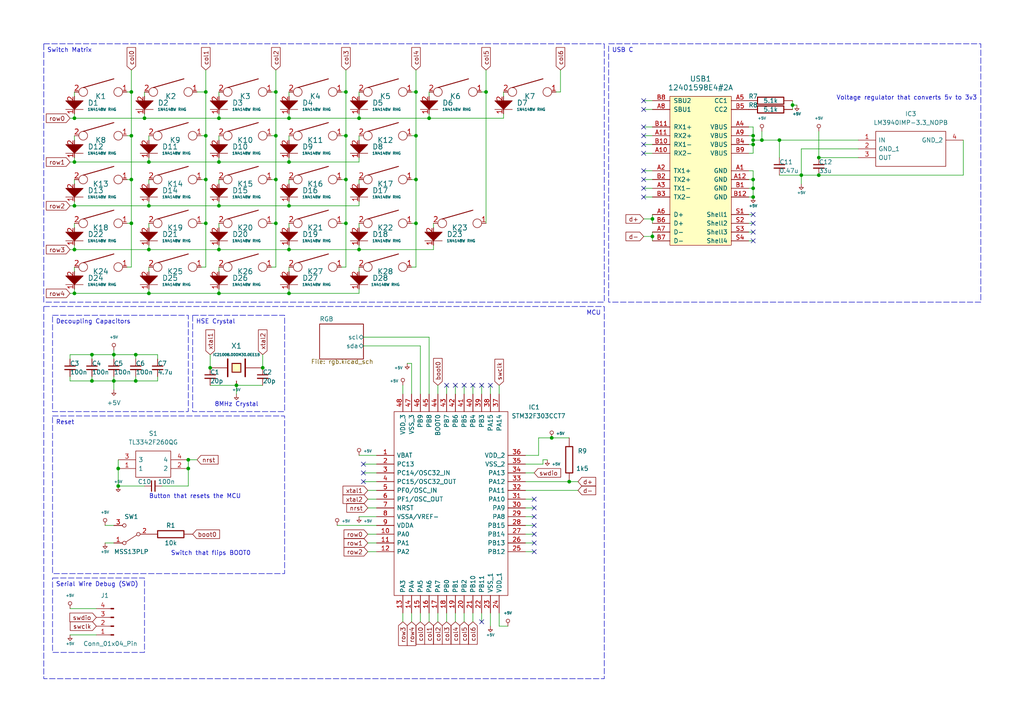
<source format=kicad_sch>
(kicad_sch (version 20230121) (generator eeschema)
  (paper "A4")
  (junction (at 34.29 135.89))
  (junction (at 80.01 39.37))
  (junction (at 63.5 34.29))
  (junction (at 34.29 140.97))
  (junction (at 33.02 102.87))
  (junction (at 229.87 30.48))
  (junction (at 80.01 64.77))
  (junction (at 120.65 64.77))
  (junction (at 76.2 106.68))
  (junction (at 21.59 72.39))
  (junction (at 218.44 52.07))
  (junction (at 59.69 39.37))
  (junction (at 104.14 34.29))
  (junction (at 218.44 41.91))
  (junction (at 226.06 40.64))
  (junction (at 33.02 110.49))
  (junction (at 38.1 26.67))
  (junction (at 83.82 85.09))
  (junction (at 63.5 46.99))
  (junction (at 218.44 57.15))
  (junction (at 54.61 135.89))
  (junction (at 21.59 34.29))
  (junction (at 100.33 52.07))
  (junction (at 43.18 59.69))
  (junction (at 124.46 34.29))
  (junction (at 220.98 40.64))
  (junction (at 59.69 52.07))
  (junction (at 104.14 72.39))
  (junction (at 83.82 59.69))
  (junction (at 63.5 85.09))
  (junction (at 43.18 85.09))
  (junction (at 100.33 64.77))
  (junction (at 21.59 59.69))
  (junction (at 100.33 39.37))
  (junction (at 189.23 68.58))
  (junction (at 59.69 64.77))
  (junction (at 21.59 46.99))
  (junction (at 189.23 63.5))
  (junction (at 140.97 26.67))
  (junction (at 165.1 139.7))
  (junction (at 63.5 72.39))
  (junction (at 39.37 110.49))
  (junction (at 38.1 64.77))
  (junction (at 26.67 102.87))
  (junction (at 232.41 50.8))
  (junction (at 43.18 46.99))
  (junction (at 120.65 26.67))
  (junction (at 59.69 26.67))
  (junction (at 38.1 39.37))
  (junction (at 54.61 133.35))
  (junction (at 80.01 52.07))
  (junction (at 43.18 72.39))
  (junction (at 60.96 106.68))
  (junction (at 83.82 46.99))
  (junction (at 237.49 45.72))
  (junction (at 41.91 34.29))
  (junction (at 120.65 52.07))
  (junction (at 21.59 85.09))
  (junction (at 218.44 40.64))
  (junction (at 120.65 39.37))
  (junction (at 218.44 54.61))
  (junction (at 63.5 59.69))
  (junction (at 83.82 72.39))
  (junction (at 26.67 110.49))
  (junction (at 100.33 26.67))
  (junction (at 237.49 50.8))
  (junction (at 38.1 52.07))
  (junction (at 160.02 127))
  (junction (at 218.44 39.37))
  (junction (at 39.37 102.87))
  (junction (at 83.82 34.29))
  (junction (at 68.58 111.76))
  (junction (at 80.01 26.67))
  (no_connect (at 154.94 152.4))
  (no_connect (at 186.69 54.61))
  (no_connect (at 154.94 144.78))
  (no_connect (at 154.94 154.94))
  (no_connect (at 186.69 39.37))
  (no_connect (at 218.44 64.77))
  (no_connect (at 137.16 111.76))
  (no_connect (at 129.54 111.76))
  (no_connect (at 218.44 62.23))
  (no_connect (at 154.94 157.48))
  (no_connect (at 186.69 36.83))
  (no_connect (at 186.69 52.07))
  (no_connect (at 186.69 44.45))
  (no_connect (at 186.69 57.15))
  (no_connect (at 105.41 137.16))
  (no_connect (at 186.69 31.75))
  (no_connect (at 142.24 111.76))
  (no_connect (at 105.41 139.7))
  (no_connect (at 132.08 111.76))
  (no_connect (at 218.44 69.85))
  (no_connect (at 154.94 147.32))
  (no_connect (at 186.69 49.53))
  (no_connect (at 134.62 111.76))
  (no_connect (at 186.69 29.21))
  (no_connect (at 186.69 41.91))
  (no_connect (at 139.7 111.76))
  (no_connect (at 154.94 149.86))
  (no_connect (at 218.44 67.31))
  (no_connect (at 139.7 180.34))
  (no_connect (at 154.94 160.02))
  (no_connect (at 105.41 134.62))
  (wire (pts (xy 152.4 157.48) (xy 154.94 157.48)))
  (wire (pts (xy 39.37 110.49) (xy 39.37 109.22)))
  (wire (pts (xy 43.18 59.69) (xy 63.5 59.69)))
  (wire (pts (xy 45.72 110.49) (xy 45.72 109.22)))
  (wire (pts (xy 20.32 184.15) (xy 27.94 184.15)))
  (wire (pts (xy 186.69 68.58) (xy 189.23 68.58)))
  (wire (pts (xy 152.4 137.16) (xy 154.94 137.16)))
  (wire (pts (xy 20.32 34.29) (xy 21.59 34.29)))
  (wire (pts (xy 83.82 71.12) (xy 83.82 72.39)))
  (wire (pts (xy 76.2 102.87) (xy 76.2 106.68)))
  (wire (pts (xy 99.06 39.37) (xy 100.33 39.37)))
  (wire (pts (xy 104.14 33.02) (xy 104.14 34.29)))
  (wire (pts (xy 232.41 43.18) (xy 232.41 50.8)))
  (wire (pts (xy 105.41 139.7) (xy 109.22 139.7)))
  (wire (pts (xy 104.14 34.29) (xy 124.46 34.29)))
  (wire (pts (xy 248.92 43.18) (xy 232.41 43.18)))
  (wire (pts (xy 124.46 34.29) (xy 146.05 34.29)))
  (wire (pts (xy 226.06 45.72) (xy 226.06 40.64)))
  (wire (pts (xy 125.73 64.77) (xy 125.73 66.04)))
  (wire (pts (xy 83.82 83.82) (xy 83.82 85.09)))
  (wire (pts (xy 120.65 20.32) (xy 120.65 26.67)))
  (wire (pts (xy 21.59 52.07) (xy 21.59 53.34)))
  (wire (pts (xy 152.4 142.24) (xy 167.64 142.24)))
  (wire (pts (xy 100.33 77.47) (xy 99.06 77.47)))
  (wire (pts (xy 220.98 38.1) (xy 220.98 40.64)))
  (wire (pts (xy 120.65 77.47) (xy 119.38 77.47)))
  (wire (pts (xy 106.68 144.78) (xy 109.22 144.78)))
  (wire (pts (xy 217.17 44.45) (xy 218.44 44.45)))
  (wire (pts (xy 104.14 132.08) (xy 109.22 132.08)))
  (wire (pts (xy 43.18 64.77) (xy 43.18 66.04)))
  (wire (pts (xy 140.97 26.67) (xy 140.97 64.77)))
  (wire (pts (xy 80.01 26.67) (xy 80.01 39.37)))
  (wire (pts (xy 120.65 64.77) (xy 120.65 77.47)))
  (wire (pts (xy 152.4 139.7) (xy 165.1 139.7)))
  (wire (pts (xy 59.69 26.67) (xy 59.69 39.37)))
  (wire (pts (xy 162.56 26.67) (xy 162.56 20.32)))
  (wire (pts (xy 218.44 49.53) (xy 217.17 49.53)))
  (wire (pts (xy 38.1 39.37) (xy 36.83 39.37)))
  (wire (pts (xy 38.1 39.37) (xy 38.1 52.07)))
  (wire (pts (xy 21.59 46.99) (xy 43.18 46.99)))
  (wire (pts (xy 140.97 20.32) (xy 140.97 26.67)))
  (wire (pts (xy 119.38 52.07) (xy 120.65 52.07)))
  (wire (pts (xy 38.1 52.07) (xy 38.1 64.77)))
  (wire (pts (xy 41.91 33.02) (xy 41.91 34.29)))
  (wire (pts (xy 21.59 39.37) (xy 21.59 40.64)))
  (wire (pts (xy 20.32 72.39) (xy 21.59 72.39)))
  (wire (pts (xy 83.82 58.42) (xy 83.82 59.69)))
  (wire (pts (xy 152.4 152.4) (xy 154.94 152.4)))
  (wire (pts (xy 68.58 111.76) (xy 68.58 114.3)))
  (wire (pts (xy 100.33 39.37) (xy 100.33 52.07)))
  (wire (pts (xy 152.4 154.94) (xy 154.94 154.94)))
  (wire (pts (xy 237.49 38.1) (xy 237.49 45.72)))
  (wire (pts (xy 38.1 26.67) (xy 36.83 26.67)))
  (wire (pts (xy 146.05 26.67) (xy 146.05 27.94)))
  (wire (pts (xy 59.69 77.47) (xy 58.42 77.47)))
  (wire (pts (xy 99.06 52.07) (xy 100.33 52.07)))
  (wire (pts (xy 158.75 133.35) (xy 157.48 133.35)))
  (wire (pts (xy 160.02 127) (xy 165.1 127)))
  (wire (pts (xy 41.91 26.67) (xy 41.91 27.94)))
  (wire (pts (xy 124.46 26.67) (xy 124.46 27.94)))
  (wire (pts (xy 33.02 110.49) (xy 33.02 109.22)))
  (wire (pts (xy 217.17 62.23) (xy 218.44 62.23)))
  (wire (pts (xy 83.82 34.29) (xy 104.14 34.29)))
  (wire (pts (xy 43.18 78.74) (xy 43.18 77.47)))
  (wire (pts (xy 59.69 64.77) (xy 58.42 64.77)))
  (wire (pts (xy 104.14 26.67) (xy 104.14 27.94)))
  (wire (pts (xy 100.33 26.67) (xy 100.33 39.37)))
  (wire (pts (xy 218.44 39.37) (xy 218.44 36.83)))
  (wire (pts (xy 137.16 180.34) (xy 137.16 177.8)))
  (wire (pts (xy 120.65 39.37) (xy 120.65 52.07)))
  (wire (pts (xy 217.17 41.91) (xy 218.44 41.91)))
  (wire (pts (xy 127 180.34) (xy 127 177.8)))
  (wire (pts (xy 125.73 71.12) (xy 125.73 72.39)))
  (wire (pts (xy 26.67 102.87) (xy 33.02 102.87)))
  (wire (pts (xy 26.67 102.87) (xy 26.67 104.14)))
  (wire (pts (xy 83.82 39.37) (xy 83.82 40.64)))
  (wire (pts (xy 186.69 57.15) (xy 189.23 57.15)))
  (wire (pts (xy 43.18 85.09) (xy 63.5 85.09)))
  (wire (pts (xy 142.24 111.76) (xy 142.24 114.3)))
  (wire (pts (xy 217.17 67.31) (xy 218.44 67.31)))
  (wire (pts (xy 105.41 97.79) (xy 124.46 97.79)))
  (wire (pts (xy 26.67 110.49) (xy 33.02 110.49)))
  (wire (pts (xy 104.14 71.12) (xy 104.14 72.39)))
  (wire (pts (xy 186.69 63.5) (xy 189.23 63.5)))
  (wire (pts (xy 104.14 45.72) (xy 104.14 46.99)))
  (wire (pts (xy 39.37 110.49) (xy 45.72 110.49)))
  (wire (pts (xy 46.99 140.97) (xy 54.61 140.97)))
  (wire (pts (xy 120.65 52.07) (xy 120.65 64.77)))
  (wire (pts (xy 104.14 78.74) (xy 104.14 77.47)))
  (wire (pts (xy 100.33 52.07) (xy 100.33 64.77)))
  (wire (pts (xy 129.54 180.34) (xy 129.54 177.8)))
  (wire (pts (xy 68.58 111.76) (xy 76.2 111.76)))
  (wire (pts (xy 232.41 53.34) (xy 232.41 50.8)))
  (wire (pts (xy 232.41 50.8) (xy 237.49 50.8)))
  (wire (pts (xy 41.91 34.29) (xy 63.5 34.29)))
  (wire (pts (xy 217.17 36.83) (xy 218.44 36.83)))
  (wire (pts (xy 59.69 39.37) (xy 59.69 52.07)))
  (wire (pts (xy 80.01 64.77) (xy 80.01 77.47)))
  (wire (pts (xy 60.96 111.76) (xy 68.58 111.76)))
  (wire (pts (xy 217.17 39.37) (xy 218.44 39.37)))
  (wire (pts (xy 146.05 33.02) (xy 146.05 34.29)))
  (wire (pts (xy 21.59 85.09) (xy 43.18 85.09)))
  (wire (pts (xy 229.87 29.21) (xy 229.87 30.48)))
  (wire (pts (xy 63.5 45.72) (xy 63.5 46.99)))
  (wire (pts (xy 229.87 30.48) (xy 231.14 30.48)))
  (wire (pts (xy 104.14 149.86) (xy 109.22 149.86)))
  (wire (pts (xy 60.96 102.87) (xy 60.96 106.68)))
  (wire (pts (xy 39.37 102.87) (xy 39.37 104.14)))
  (wire (pts (xy 116.84 180.34) (xy 116.84 177.8)))
  (wire (pts (xy 106.68 147.32) (xy 109.22 147.32)))
  (wire (pts (xy 63.5 52.07) (xy 63.5 53.34)))
  (wire (pts (xy 121.92 100.33) (xy 105.41 100.33)))
  (wire (pts (xy 124.46 180.34) (xy 124.46 177.8)))
  (wire (pts (xy 63.5 72.39) (xy 83.82 72.39)))
  (wire (pts (xy 38.1 64.77) (xy 36.83 64.77)))
  (wire (pts (xy 43.18 52.07) (xy 43.18 53.34)))
  (wire (pts (xy 217.17 69.85) (xy 218.44 69.85)))
  (wire (pts (xy 139.7 111.76) (xy 139.7 114.3)))
  (wire (pts (xy 139.7 26.67) (xy 140.97 26.67)))
  (wire (pts (xy 157.48 134.62) (xy 152.4 134.62)))
  (wire (pts (xy 186.69 36.83) (xy 189.23 36.83)))
  (wire (pts (xy 134.62 111.76) (xy 134.62 114.3)))
  (wire (pts (xy 59.69 64.77) (xy 59.69 77.47)))
  (wire (pts (xy 105.41 134.62) (xy 109.22 134.62)))
  (wire (pts (xy 63.5 85.09) (xy 83.82 85.09)))
  (wire (pts (xy 186.69 39.37) (xy 189.23 39.37)))
  (wire (pts (xy 34.29 133.35) (xy 34.29 135.89)))
  (wire (pts (xy 189.23 63.5) (xy 189.23 64.77)))
  (wire (pts (xy 152.4 144.78) (xy 154.94 144.78)))
  (wire (pts (xy 119.38 105.41) (xy 119.38 114.3)))
  (wire (pts (xy 83.82 26.67) (xy 83.82 27.94)))
  (wire (pts (xy 218.44 54.61) (xy 217.17 54.61)))
  (wire (pts (xy 83.82 85.09) (xy 104.14 85.09)))
  (wire (pts (xy 21.59 64.77) (xy 21.59 66.04)))
  (wire (pts (xy 160.02 127) (xy 156.21 127)))
  (wire (pts (xy 58.42 52.07) (xy 59.69 52.07)))
  (wire (pts (xy 189.23 67.31) (xy 189.23 68.58)))
  (wire (pts (xy 21.59 58.42) (xy 21.59 59.69)))
  (wire (pts (xy 21.59 34.29) (xy 41.91 34.29)))
  (wire (pts (xy 186.69 49.53) (xy 189.23 49.53)))
  (wire (pts (xy 21.59 26.67) (xy 21.59 27.94)))
  (wire (pts (xy 189.23 68.58) (xy 189.23 69.85)))
  (wire (pts (xy 21.59 45.72) (xy 21.59 46.99)))
  (wire (pts (xy 218.44 41.91) (xy 218.44 40.64)))
  (wire (pts (xy 78.74 26.67) (xy 80.01 26.67)))
  (wire (pts (xy 63.5 26.67) (xy 63.5 27.94)))
  (wire (pts (xy 43.18 46.99) (xy 63.5 46.99)))
  (wire (pts (xy 43.18 39.37) (xy 43.18 40.64)))
  (wire (pts (xy 99.06 64.77) (xy 100.33 64.77)))
  (wire (pts (xy 106.68 157.48) (xy 109.22 157.48)))
  (wire (pts (xy 43.18 58.42) (xy 43.18 59.69)))
  (wire (pts (xy 104.14 83.82) (xy 104.14 85.09)))
  (wire (pts (xy 78.74 52.07) (xy 80.01 52.07)))
  (wire (pts (xy 106.68 154.94) (xy 109.22 154.94)))
  (wire (pts (xy 21.59 72.39) (xy 43.18 72.39)))
  (wire (pts (xy 121.92 180.34) (xy 121.92 177.8)))
  (wire (pts (xy 218.44 52.07) (xy 218.44 54.61)))
  (wire (pts (xy 119.38 26.67) (xy 120.65 26.67)))
  (wire (pts (xy 54.61 140.97) (xy 54.61 135.89)))
  (wire (pts (xy 217.17 64.77) (xy 218.44 64.77)))
  (wire (pts (xy 99.06 26.67) (xy 100.33 26.67)))
  (wire (pts (xy 127 111.76) (xy 127 114.3)))
  (wire (pts (xy 139.7 180.34) (xy 139.7 177.8)))
  (wire (pts (xy 63.5 39.37) (xy 63.5 40.64)))
  (wire (pts (xy 83.82 45.72) (xy 83.82 46.99)))
  (wire (pts (xy 80.01 64.77) (xy 78.74 64.77)))
  (wire (pts (xy 20.32 85.09) (xy 21.59 85.09)))
  (wire (pts (xy 152.4 149.86) (xy 154.94 149.86)))
  (wire (pts (xy 134.62 180.34) (xy 134.62 177.8)))
  (wire (pts (xy 218.44 49.53) (xy 218.44 52.07)))
  (wire (pts (xy 218.44 40.64) (xy 220.98 40.64)))
  (wire (pts (xy 105.41 137.16) (xy 109.22 137.16)))
  (wire (pts (xy 186.69 41.91) (xy 189.23 41.91)))
  (wire (pts (xy 218.44 52.07) (xy 217.17 52.07)))
  (wire (pts (xy 58.42 39.37) (xy 59.69 39.37)))
  (wire (pts (xy 38.1 20.32) (xy 38.1 26.67)))
  (wire (pts (xy 186.69 29.21) (xy 189.23 29.21)))
  (wire (pts (xy 144.78 181.61) (xy 144.78 177.8)))
  (wire (pts (xy 34.29 140.97) (xy 41.91 140.97)))
  (wire (pts (xy 142.24 181.61) (xy 142.24 177.8)))
  (wire (pts (xy 26.67 110.49) (xy 26.67 109.22)))
  (wire (pts (xy 118.11 105.41) (xy 119.38 105.41)))
  (wire (pts (xy 186.69 31.75) (xy 189.23 31.75)))
  (wire (pts (xy 120.65 64.77) (xy 119.38 64.77)))
  (wire (pts (xy 218.44 54.61) (xy 218.44 57.15)))
  (wire (pts (xy 80.01 39.37) (xy 80.01 52.07)))
  (wire (pts (xy 144.78 111.76) (xy 144.78 114.3)))
  (wire (pts (xy 229.87 30.48) (xy 229.87 31.75)))
  (wire (pts (xy 38.1 52.07) (xy 36.83 52.07)))
  (wire (pts (xy 38.1 77.47) (xy 36.83 77.47)))
  (wire (pts (xy 33.02 110.49) (xy 33.02 113.03)))
  (wire (pts (xy 218.44 40.64) (xy 218.44 39.37)))
  (wire (pts (xy 20.32 102.87) (xy 26.67 102.87)))
  (wire (pts (xy 189.23 62.23) (xy 189.23 63.5)))
  (wire (pts (xy 34.29 135.89) (xy 34.29 140.97)))
  (wire (pts (xy 80.01 77.47) (xy 78.74 77.47)))
  (wire (pts (xy 129.54 111.76) (xy 129.54 114.3)))
  (wire (pts (xy 38.1 64.77) (xy 38.1 77.47)))
  (wire (pts (xy 20.32 102.87) (xy 20.32 104.14)))
  (wire (pts (xy 21.59 71.12) (xy 21.59 72.39)))
  (wire (pts (xy 63.5 58.42) (xy 63.5 59.69)))
  (wire (pts (xy 26.67 110.49) (xy 20.32 110.49)))
  (wire (pts (xy 83.82 78.74) (xy 83.82 77.47)))
  (wire (pts (xy 45.72 102.87) (xy 45.72 104.14)))
  (wire (pts (xy 100.33 20.32) (xy 100.33 26.67)))
  (wire (pts (xy 186.69 52.07) (xy 189.23 52.07)))
  (wire (pts (xy 106.68 160.02) (xy 109.22 160.02)))
  (wire (pts (xy 43.18 83.82) (xy 43.18 85.09)))
  (wire (pts (xy 20.32 59.69) (xy 21.59 59.69)))
  (wire (pts (xy 21.59 78.74) (xy 21.59 77.47)))
  (wire (pts (xy 124.46 97.79) (xy 124.46 114.3)))
  (wire (pts (xy 119.38 180.34) (xy 119.38 177.8)))
  (wire (pts (xy 237.49 45.72) (xy 248.92 45.72)))
  (wire (pts (xy 54.61 133.35) (xy 57.15 133.35)))
  (wire (pts (xy 226.06 50.8) (xy 232.41 50.8)))
  (wire (pts (xy 21.59 59.69) (xy 43.18 59.69)))
  (wire (pts (xy 63.5 34.29) (xy 83.82 34.29)))
  (wire (pts (xy 20.32 110.49) (xy 20.32 109.22)))
  (wire (pts (xy 63.5 33.02) (xy 63.5 34.29)))
  (wire (pts (xy 43.18 72.39) (xy 63.5 72.39)))
  (wire (pts (xy 83.82 72.39) (xy 104.14 72.39)))
  (wire (pts (xy 38.1 26.67) (xy 38.1 39.37)))
  (wire (pts (xy 220.98 40.64) (xy 226.06 40.64)))
  (wire (pts (xy 43.18 71.12) (xy 43.18 72.39)))
  (wire (pts (xy 156.21 132.08) (xy 152.4 132.08)))
  (wire (pts (xy 78.74 39.37) (xy 80.01 39.37)))
  (wire (pts (xy 121.92 100.33) (xy 121.92 114.3)))
  (wire (pts (xy 33.02 101.6) (xy 33.02 102.87)))
  (wire (pts (xy 97.79 152.4) (xy 109.22 152.4)))
  (wire (pts (xy 186.69 54.61) (xy 189.23 54.61)))
  (wire (pts (xy 83.82 52.07) (xy 83.82 53.34)))
  (wire (pts (xy 152.4 147.32) (xy 154.94 147.32)))
  (wire (pts (xy 21.59 33.02) (xy 21.59 34.29)))
  (wire (pts (xy 63.5 64.77) (xy 63.5 66.04)))
  (wire (pts (xy 104.14 52.07) (xy 104.14 53.34)))
  (wire (pts (xy 104.14 64.77) (xy 104.14 66.04)))
  (wire (pts (xy 132.08 180.34) (xy 132.08 177.8)))
  (wire (pts (xy 59.69 52.07) (xy 59.69 64.77)))
  (wire (pts (xy 39.37 102.87) (xy 45.72 102.87)))
  (wire (pts (xy 20.32 46.99) (xy 21.59 46.99)))
  (wire (pts (xy 63.5 83.82) (xy 63.5 85.09)))
  (wire (pts (xy 83.82 46.99) (xy 104.14 46.99)))
  (wire (pts (xy 59.69 20.32) (xy 59.69 26.67)))
  (wire (pts (xy 54.61 133.35) (xy 54.61 135.89)))
  (wire (pts (xy 20.32 176.53) (xy 27.94 176.53)))
  (wire (pts (xy 83.82 59.69) (xy 104.14 59.69)))
  (wire (pts (xy 218.44 57.15) (xy 217.17 57.15)))
  (wire (pts (xy 21.59 83.82) (xy 21.59 85.09)))
  (wire (pts (xy 165.1 139.7) (xy 167.64 139.7)))
  (wire (pts (xy 279.4 50.8) (xy 279.4 40.64)))
  (wire (pts (xy 218.44 44.45) (xy 218.44 41.91)))
  (wire (pts (xy 119.38 39.37) (xy 120.65 39.37)))
  (wire (pts (xy 57.15 26.67) (xy 59.69 26.67)))
  (wire (pts (xy 147.32 181.61) (xy 144.78 181.61)))
  (wire (pts (xy 63.5 59.69) (xy 83.82 59.69)))
  (wire (pts (xy 33.02 102.87) (xy 39.37 102.87)))
  (wire (pts (xy 106.68 142.24) (xy 109.22 142.24)))
  (wire (pts (xy 100.33 64.77) (xy 100.33 77.47)))
  (wire (pts (xy 30.48 157.48) (xy 33.02 157.48)))
  (wire (pts (xy 43.18 45.72) (xy 43.18 46.99)))
  (wire (pts (xy 104.14 58.42) (xy 104.14 59.69)))
  (wire (pts (xy 137.16 111.76) (xy 137.16 114.3)))
  (wire (pts (xy 156.21 127) (xy 156.21 132.08)))
  (wire (pts (xy 104.14 72.39) (xy 125.73 72.39)))
  (wire (pts (xy 63.5 78.74) (xy 63.5 77.47)))
  (wire (pts (xy 63.5 71.12) (xy 63.5 72.39)))
  (wire (pts (xy 33.02 102.87) (xy 33.02 104.14)))
  (wire (pts (xy 152.4 160.02) (xy 154.94 160.02)))
  (wire (pts (xy 83.82 33.02) (xy 83.82 34.29)))
  (wire (pts (xy 124.46 33.02) (xy 124.46 34.29)))
  (wire (pts (xy 186.69 44.45) (xy 189.23 44.45)))
  (wire (pts (xy 132.08 111.76) (xy 132.08 114.3)))
  (wire (pts (xy 116.84 111.76) (xy 116.84 114.3)))
  (wire (pts (xy 104.14 39.37) (xy 104.14 40.64)))
  (wire (pts (xy 237.49 50.8) (xy 279.4 50.8)))
  (wire (pts (xy 120.65 26.67) (xy 120.65 39.37)))
  (wire (pts (xy 63.5 46.99) (xy 83.82 46.99)))
  (wire (pts (xy 80.01 52.07) (xy 80.01 64.77)))
  (wire (pts (xy 157.48 133.35) (xy 157.48 134.62)))
  (wire (pts (xy 226.06 40.64) (xy 248.92 40.64)))
  (wire (pts (xy 33.02 110.49) (xy 39.37 110.49)))
  (wire (pts (xy 80.01 20.32) (xy 80.01 26.67)))
  (wire (pts (xy 161.29 26.67) (xy 162.56 26.67)))
  (wire (pts (xy 30.48 152.4) (xy 33.02 152.4)))
  (wire (pts (xy 83.82 64.77) (xy 83.82 66.04)))
  (text_box "HSE Crystal" (at 55.88 91.44 0) (size 26.67 27.94) (stroke (width 0) (type dash)) (effects (font (size 1.27 1.27)) (justify left top)))
  (text_box "Reset" (at 15.24 120.65 0) (size 67.31 45.72) (stroke (width 0) (type dash)) (effects (font (size 1.27 1.27)) (justify left top)))
  (text_box "Serial Wire Debug (SWD)" (at 15.24 167.64 0) (size 26.67 21.59) (stroke (width 0) (type dash)) (effects (font (size 1.27 1.27)) (justify left top)))
  (text_box "Switch Matrix" (at 12.7 12.7 0) (size 162.56 74.93) (stroke (width 0) (type dash)) (effects (font (size 1.27 1.27)) (justify left top)))
  (text_box "Decoupling Capacitors" (at 15.24 91.44 0) (size 39.37 27.94) (stroke (width 0) (type dash)) (effects (font (size 1.27 1.27)) (justify left top)))
  (text_box "USB C" (at 176.53 12.7 0) (size 107.95 74.93) (stroke (width 0) (type dash)) (effects (font (size 1.27 1.27)) (justify left top)))
  (text_box "MCU" (at 12.7 88.9 0) (size 162.56 107.95) (stroke (width 0) (type dash)) (effects (font (size 1.27 1.27)) (justify right top)))
  (text "Button that resets the MCU" (at 43.18 144.78 0) (effects (font (size 1.27 1.27)) (justify left bottom)))
  (text "Voltage regulator that converts 5v to 3v3" (at 242.57 29.21 0) (effects (font (size 1.27 1.27)) (justify left bottom)))
  (text "Switch that flips BOOT0" (at 49.53 161.29 0) (effects (font (size 1.27 1.27)) (justify left bottom)))
  (text "8MHz Crystal" (at 62.23 118.11 0) (effects (font (size 1.27 1.27)) (justify left bottom)))
  (global_label "col3" (shape input) (at 100.33 20.32 90) (property "Intersheetrefs" "${INTERSHEET_REFS}" (effects hide)))
  (global_label "boot0" (shape input) (at 55.88 154.94 0) (property "Intersheetrefs" "${INTERSHEET_REFS}" (effects hide)))
  (global_label "col6" (shape input) (at 137.16 180.34 270) (property "Intersheetrefs" "${INTERSHEET_REFS}" (effects hide)))
  (global_label "col5" (shape input) (at 140.97 20.32 90) (property "Intersheetrefs" "${INTERSHEET_REFS}" (effects hide)))
  (global_label "col6" (shape input) (at 162.56 20.32 90) (property "Intersheetrefs" "${INTERSHEET_REFS}" (effects hide)))
  (global_label "nrst" (shape input) (at 106.68 147.32 180) (property "Intersheetrefs" "${INTERSHEET_REFS}" (effects hide)))
  (global_label "col5" (shape input) (at 134.62 180.34 270) (property "Intersheetrefs" "${INTERSHEET_REFS}" (effects hide)))
  (global_label "col1" (shape input) (at 124.46 180.34 270) (property "Intersheetrefs" "${INTERSHEET_REFS}" (effects hide)))
  (global_label "boot0" (shape input) (at 127 111.76 90) (property "Intersheetrefs" "${INTERSHEET_REFS}" (effects hide)))
  (global_label "row0" (shape input) (at 106.68 154.94 180) (property "Intersheetrefs" "${INTERSHEET_REFS}" (effects hide)))
  (global_label "xtal2" (shape input) (at 106.68 144.78 180) (property "Intersheetrefs" "${INTERSHEET_REFS}" (effects hide)))
  (global_label "row2" (shape input) (at 106.68 160.02 180) (property "Intersheetrefs" "${INTERSHEET_REFS}" (effects hide)))
  (global_label "col3" (shape input) (at 129.54 180.34 270) (property "Intersheetrefs" "${INTERSHEET_REFS}" (effects hide)))
  (global_label "col1" (shape input) (at 59.69 20.32 90) (property "Intersheetrefs" "${INTERSHEET_REFS}" (effects hide)))
  (global_label "swclk" (shape input) (at 27.94 181.61 180) (property "Intersheetrefs" "${INTERSHEET_REFS}" (effects hide)))
  (global_label "nrst" (shape input) (at 57.15 133.35 0) (property "Intersheetrefs" "${INTERSHEET_REFS}" (effects hide)))
  (global_label "xtal1" (shape input) (at 60.96 102.87 90) (property "Intersheetrefs" "${INTERSHEET_REFS}" (effects hide)))
  (global_label "row1" (shape input) (at 20.32 46.99 180) (property "Intersheetrefs" "${INTERSHEET_REFS}" (effects hide)))
  (global_label "row0" (shape input) (at 20.32 34.29 180) (property "Intersheetrefs" "${INTERSHEET_REFS}" (effects hide)))
  (global_label "swdio" (shape input) (at 27.94 179.07 180) (property "Intersheetrefs" "${INTERSHEET_REFS}" (effects hide)))
  (global_label "d+" (shape input) (at 167.64 139.7 0) (property "Intersheetrefs" "${INTERSHEET_REFS}" (effects hide)))
  (global_label "col4" (shape input) (at 120.65 20.32 90) (property "Intersheetrefs" "${INTERSHEET_REFS}" (effects hide)))
  (global_label "d+" (shape input) (at 186.69 63.5 180) (property "Intersheetrefs" "${INTERSHEET_REFS}" (effects hide)))
  (global_label "xtal1" (shape input) (at 106.68 142.24 180) (property "Intersheetrefs" "${INTERSHEET_REFS}" (effects hide)))
  (global_label "row3" (shape input) (at 116.84 180.34 270) (property "Intersheetrefs" "${INTERSHEET_REFS}" (effects hide)))
  (global_label "row4" (shape input) (at 20.32 85.09 180) (property "Intersheetrefs" "${INTERSHEET_REFS}" (effects hide)))
  (global_label "col2" (shape input) (at 127 180.34 270) (property "Intersheetrefs" "${INTERSHEET_REFS}" (effects hide)))
  (global_label "d-" (shape input) (at 167.64 142.24 0) (property "Intersheetrefs" "${INTERSHEET_REFS}" (effects hide)))
  (global_label "col2" (shape input) (at 80.01 20.32 90) (property "Intersheetrefs" "${INTERSHEET_REFS}" (effects hide)))
  (global_label "row4" (shape input) (at 119.38 180.34 270) (property "Intersheetrefs" "${INTERSHEET_REFS}" (effects hide)))
  (global_label "xtal2" (shape input) (at 76.2 102.87 90) (property "Intersheetrefs" "${INTERSHEET_REFS}" (effects hide)))
  (global_label "col0" (shape input) (at 38.1 20.32 90) (property "Intersheetrefs" "${INTERSHEET_REFS}" (effects hide)))
  (global_label "col0" (shape input) (at 121.92 180.34 270) (property "Intersheetrefs" "${INTERSHEET_REFS}" (effects hide)))
  (global_label "d-" (shape input) (at 186.69 68.58 180) (property "Intersheetrefs" "${INTERSHEET_REFS}" (effects hide)))
  (global_label "swclk" (shape input) (at 144.78 111.76 90) (property "Intersheetrefs" "${INTERSHEET_REFS}" (effects hide)))
  (global_label "row2" (shape input) (at 20.32 59.69 180) (property "Intersheetrefs" "${INTERSHEET_REFS}" (effects hide)))
  (global_label "col4" (shape input) (at 132.08 180.34 270) (property "Intersheetrefs" "${INTERSHEET_REFS}" (effects hide)))
  (global_label "swdio" (shape input) (at 154.94 137.16 0) (property "Intersheetrefs" "${INTERSHEET_REFS}" (effects hide)))
  (global_label "row3" (shape input) (at 20.32 72.39 180) (property "Intersheetrefs" "${INTERSHEET_REFS}" (effects hide)))
  (global_label "row1" (shape input) (at 106.68 157.48 180) (property "Intersheetrefs" "${INTERSHEET_REFS}" (effects hide)))
  (symbol (lib_id "keyboard_parts:R") (at 49.53 154.94 90) (unit 1)
    (property "Reference" "R1" (at 49.53 152.4 90))
    (property "Value" "10k" (at 49.53 157.48 90))
  )
  (symbol (lib_id "keyboard_parts:+3V3") (at 30.48 152.4 0) (unit 1)
    (property "Reference" "#PWR014" (effects hide))
    (property "Value" "+3V3" (at 29.21 148.59 0) (effects (font (size 0.762 0.762)) (justify left)))
  )
  (symbol (lib_id "STM32F303CCT7:STM32F303CCT7") (at 109.22 132.08 0) (unit 1)
    (property "Reference" "IC1" (at 154.94 118.11 0))
    (property "Value" "STM32F303CCT7" (at 156.21 120.65 0))
    (property "Footprint" "QFP50P900X900X160-48N" (effects hide))
    (property "Datasheet" "https://4donline.ihs.com/images/VipMasterIC/IC/SGST/SGST-S-A0001312473/SGST-S-A0001312473-1.pdf?hkey=52A5661711E402568146F3353EA87419" (effects hide))
    (property "Description" "STMICROELECTRONICS - STM32F303CCT7 - ARM MCU, STM32 Family STM32F3 Series Microcontrollers, ARM Cortex-M4F, 32bit, 72 MHz, 256 KB, 40 KB" (effects hide))
    (property "Height" "1.6" (effects hide))
    (property "Mouser Part Number" "511-STM32F303CCT7" (effects hide))
    (property "Mouser Price/Stock" "https://www.mouser.co.uk/ProductDetail/STMicroelectronics/STM32F303CCT7?qs=ClYTdQWm4hCblQZF2ZvldA%3D%3D" (effects hide))
    (property "Manufacturer_Name" "STMicroelectronics" (effects hide))
    (property "Manufacturer_Part_Number" "STM32F303CCT7" (effects hide))
  )
  (symbol (lib_id "keyboard_parts:KEYSW") (at 71.12 52.07 0) (unit 1)
    (property "Reference" "K15" (at 71.12 53.34 0) (effects (font (size 1.524 1.524))))
    (property "Value" "KEYSW" (effects hide))
  )
  (symbol (lib_id "keyboard_parts:+3V3") (at 160.02 127 0) (unit 1)
    (property "Reference" "#PWR07" (effects hide))
    (property "Value" "+3V3" (at 161.29 125.73 0) (effects (font (size 0.762 0.762)) (justify left)))
  )
  (symbol (lib_id "keyboard_parts:D") (at 104.14 31.75 180) (unit 1)
    (property "Reference" "D5" (at 107.95 29.845 0) (effects (font (size 1.524 1.524)) (justify right)))
    (property "Value" "1N4148W RHG" (at 107.95 31.7499 0) (effects (font (size 0.762 0.762)) (justify right)))
  )
  (symbol (lib_id "keyboard_parts:R") (at 223.52 29.21 90) (unit 1)
    (property "Reference" "R7" (at 218.44 27.94 90))
    (property "Value" "5.1k" (at 223.52 29.21 90))
  )
  (symbol (lib_id "keyboard_parts:KEYSW") (at 111.76 39.37 0) (unit 1)
    (property "Reference" "K12" (at 111.76 40.64 0) (effects (font (size 1.524 1.524))))
    (property "Value" "KEYSW" (effects hide))
  )
  (symbol (lib_id "keyboard_parts:D") (at 21.59 44.45 180) (unit 1)
    (property "Reference" "D12" (at 25.4 42.545 0) (effects (font (size 1.524 1.524)) (justify right)))
    (property "Value" "1N4148W RHG" (at 25.4 44.4499 0) (effects (font (size 0.762 0.762)) (justify right)))
  )
  (symbol (lib_id "keyboard_parts:D") (at 43.18 57.15 180) (unit 1)
    (property "Reference" "D14" (at 46.99 55.245 0) (effects (font (size 1.524 1.524)) (justify right)))
    (property "Value" "1N4148W RHG" (at 46.99 57.1499 0) (effects (font (size 0.762 0.762)) (justify right)))
  )
  (symbol (lib_id "keyboard_parts:D") (at 83.82 31.75 180) (unit 1)
    (property "Reference" "D4" (at 87.63 29.845 0) (effects (font (size 1.524 1.524)) (justify right)))
    (property "Value" "1N4148W RHG" (at 87.63 31.7499 0) (effects (font (size 0.762 0.762)) (justify right)))
  )
  (symbol (lib_id "keyboard_parts:KEYSW") (at 29.21 26.67 0) (unit 1)
    (property "Reference" "K1" (at 29.21 27.94 0) (effects (font (size 1.524 1.524))))
    (property "Value" "KEYSW" (effects hide))
  )
  (symbol (lib_id "keyboard_parts:KEYSW") (at 29.21 52.07 0) (unit 1)
    (property "Reference" "K13" (at 29.21 53.34 0) (effects (font (size 1.524 1.524))))
    (property "Value" "KEYSW" (effects hide))
  )
  (symbol (lib_id "keyboard_parts:GND") (at 30.48 157.48 0) (unit 1)
    (property "Reference" "#PWR022" (effects hide))
    (property "Value" "GND" (at 29.21 160.02 0) (effects (font (size 0.762 0.762)) (justify left)))
  )
  (symbol (lib_id "keyboard_parts:D") (at 43.18 69.85 180) (unit 1)
    (property "Reference" "D21" (at 46.99 67.945 0) (effects (font (size 1.524 1.524)) (justify right)))
    (property "Value" "1N4148W RHG" (at 46.99 69.8499 0) (effects (font (size 0.762 0.762)) (justify right)))
  )
  (symbol (lib_id "keyboard_parts:KEYSW") (at 50.8 64.77 0) (unit 1)
    (property "Reference" "K19" (at 50.8 66.04 0) (effects (font (size 1.524 1.524))))
    (property "Value" "KEYSW" (effects hide))
  )
  (symbol (lib_id "keyboard_parts:D") (at 124.46 31.75 180) (unit 1)
    (property "Reference" "D6" (at 128.27 29.845 0) (effects (font (size 1.524 1.524)) (justify right)))
    (property "Value" "1N4148W RHG" (at 128.27 31.7499 0) (effects (font (size 0.762 0.762)) (justify right)))
  )
  (symbol (lib_id "keyboard_parts:GND") (at 218.44 57.15 0) (unit 1)
    (property "Reference" "#PWR023" (effects hide))
    (property "Value" "GND" (at 218.44 59.69 0) (effects (font (size 0.762 0.762))))
  )
  (symbol (lib_id "keyboard_parts:R") (at 165.1 133.35 0) (unit 1)
    (property "Reference" "R9" (at 168.91 130.81 0))
    (property "Value" "1k5" (at 168.91 135.89 0))
  )
  (symbol (lib_id "keyboard_parts:KEYSW") (at 71.12 64.77 0) (unit 1)
    (property "Reference" "K20" (at 71.12 66.04 0) (effects (font (size 1.524 1.524))))
    (property "Value" "KEYSW" (effects hide))
  )
  (symbol (lib_id "Switch:SW_SPDT") (at 38.1 154.94 180) (unit 1)
    (property "Reference" "SW1" (at 38.1 149.86 0))
    (property "Value" "MSS13PLP" (at 38.1 160.02 0))
  )
  (symbol (lib_id "keyboard_parts:KEYSW") (at 71.12 77.47 0) (unit 1)
    (property "Reference" "K26" (at 71.12 78.74 0) (effects (font (size 1.524 1.524))))
    (property "Value" "KEYSW" (effects hide))
  )
  (symbol (lib_id "Device:C_Small") (at 60.96 109.22 0) (unit 1)
    (property "Reference" "C1" (at 60.96 107.95 0) (effects (justify left)))
    (property "Value" "20p" (at 60.96 110.49 0) (effects (justify left)))
  )
  (symbol (lib_id "keyboard_parts:+3V3") (at 237.49 38.1 0) (unit 1)
    (property "Reference" "#PWR027" (effects hide))
    (property "Value" "+3V3" (at 237.49 34.29 0) (effects (font (size 0.762 0.762))))
  )
  (symbol (lib_id "keyboard_parts:XTAL_GND") (at 68.58 106.68 0) (unit 1)
    (property "Reference" "X1" (at 68.58 100.33 0) (effects (font (size 1.524 1.524))))
    (property "Value" "IC21008.000M30.0EE1B" (at 68.58 102.87 0) (effects (font (size 0.762 0.762))))
  )
  (symbol (lib_id "keyboard_parts:D") (at 41.91 31.75 180) (unit 1)
    (property "Reference" "D2" (at 45.72 29.845 0) (effects (font (size 1.524 1.524)) (justify right)))
    (property "Value" "1N4148W RHG" (at 45.72 31.7499 0) (effects (font (size 0.762 0.762)) (justify right)))
  )
  (symbol (lib_id "keyboard_parts:+3V3") (at 33.02 101.6 0) (unit 1)
    (property "Reference" "#PWR02" (effects hide))
    (property "Value" "+3V3" (at 33.02 97.79 0) (effects (font (size 0.762 0.762))))
  )
  (symbol (lib_id "keyboard_parts:D") (at 63.5 57.15 180) (unit 1)
    (property "Reference" "D15" (at 67.31 55.245 0) (effects (font (size 1.524 1.524)) (justify right)))
    (property "Value" "1N4148W RHG" (at 67.31 57.1499 0) (effects (font (size 0.762 0.762)) (justify right)))
  )
  (symbol (lib_id "keyboard_parts:GND") (at 33.02 113.03 0) (unit 1)
    (property "Reference" "#PWR03" (effects hide))
    (property "Value" "GND" (at 33.02 116.84 0))
  )
  (symbol (lib_id "keyboard_parts:KEYSW") (at 29.21 64.77 0) (unit 1)
    (property "Reference" "K18" (at 29.21 66.04 0) (effects (font (size 1.524 1.524))))
    (property "Value" "KEYSW" (effects hide))
  )
  (symbol (lib_id "Device:C_Small") (at 33.02 106.68 0) (unit 1)
    (property "Reference" "C5" (at 33.02 105.41 0) (effects (justify left)))
    (property "Value" "100n" (at 33.02 107.95 0) (effects (justify left)))
  )
  (symbol (lib_id "TL3342F260QG:TL3342F260QG") (at 34.29 133.35 0) (unit 1)
    (property "Reference" "S1" (at 44.45 125.73 0))
    (property "Value" "TL3342F260QG" (at 44.45 128.27 0))
    (property "Footprint" "TL3342F260QG" (effects hide))
    (property "Datasheet" "https://componentsearchengine.com/Datasheets/1/TL3342F260QG.pdf" (effects hide))
    (property "Description" "Tactile Switches 5.2 X 5.2 260GF" (effects hide))
    (property "Height" "1.54" (effects hide))
    (property "Mouser Part Number" "612-TL3342F260QG" (effects hide))
    (property "Mouser Price/Stock" "https://www.mouser.co.uk/ProductDetail/E-Switch/TL3342F260QG?qs=6C6BR4UgC3Of90YOH%2FEXyw%3D%3D" (effects hide))
    (property "Manufacturer_Name" "E-Switch" (effects hide))
    (property "Manufacturer_Part_Number" "TL3342F260QG" (effects hide))
  )
  (symbol (lib_id "keyboard_parts:KEYSW") (at 50.8 52.07 0) (unit 1)
    (property "Reference" "K14" (at 50.8 53.34 0) (effects (font (size 1.524 1.524))))
    (property "Value" "KEYSW" (effects hide))
  )
  (symbol (lib_id "keyboard_parts:D") (at 21.59 31.75 180) (unit 1)
    (property "Reference" "D1" (at 25.4 29.845 0) (effects (font (size 1.524 1.524)) (justify right)))
    (property "Value" "1N4148W RHG" (at 25.4 31.7499 0) (effects (font (size 0.762 0.762)) (justify right)))
  )
  (symbol (lib_id "keyboard_parts:D") (at 104.14 82.55 180) (unit 1)
    (property "Reference" "D28" (at 107.95 80.645 0) (effects (font (size 1.524 1.524)) (justify right)))
    (property "Value" "1N4148W RHG" (at 111.76 82.5499 0) (effects (font (size 0.762 0.762))))
  )
  (symbol (lib_id "keyboard_parts:GND") (at 68.58 114.3 0) (unit 1)
    (property "Reference" "#PWR01" (effects hide))
    (property "Value" "GND" (at 68.58 113.03 0) (effects (font (size 0.762 0.762))))
  )
  (symbol (lib_id "keyboard_parts:D") (at 83.82 69.85 180) (unit 1)
    (property "Reference" "D19" (at 87.63 67.945 0) (effects (font (size 1.524 1.524)) (justify right)))
    (property "Value" "1N4148W RHG" (at 87.63 69.8499 0) (effects (font (size 0.762 0.762)) (justify right)))
  )
  (symbol (lib_id "keyboard_parts:GND") (at 142.24 181.61 0) (unit 1)
    (property "Reference" "#PWR012" (effects hide))
    (property "Value" "GND" (at 142.24 184.15 0) (effects (font (size 0.762 0.762))))
  )
  (symbol (lib_id "keyboard_parts:GND") (at 34.29 140.97 0) (unit 1)
    (property "Reference" "#PWR04" (effects hide))
    (property "Value" "GND" (at 34.29 139.7 0) (effects (font (size 0.762 0.762))))
  )
  (symbol (lib_id "keyboard_parts:+5V") (at 220.98 38.1 0) (unit 1)
    (property "Reference" "#PWR025" (effects hide))
    (property "Value" "+5V" (at 220.98 34.29 0) (effects (font (size 0.762 0.762))))
  )
  (symbol (lib_id "keyboard_parts:KEYSW") (at 91.44 52.07 0) (unit 1)
    (property "Reference" "K16" (at 91.44 53.34 0) (effects (font (size 1.524 1.524))))
    (property "Value" "KEYSW" (effects hide))
  )
  (symbol (lib_id "keyboard_parts:KEYSW") (at 91.44 64.77 0) (unit 1)
    (property "Reference" "K21" (at 91.44 66.04 0) (effects (font (size 1.524 1.524))))
    (property "Value" "KEYSW" (effects hide))
  )
  (symbol (lib_id "keyboard_parts:KEYSW") (at 111.76 64.77 0) (unit 1)
    (property "Reference" "K22" (at 111.76 66.04 0) (effects (font (size 1.524 1.524))))
    (property "Value" "KEYSW" (effects hide))
  )
  (symbol (lib_id "keyboard_parts:KEYSW") (at 49.53 26.67 0) (unit 1)
    (property "Reference" "K2" (at 49.53 27.94 0) (effects (font (size 1.524 1.524))))
    (property "Value" "KEYSW" (effects hide))
  )
  (symbol (lib_id "keyboard_parts:KEYSW") (at 29.21 39.37 0) (unit 1)
    (property "Reference" "K8" (at 29.21 40.64 0) (effects (font (size 1.524 1.524))))
    (property "Value" "KEYSW" (effects hide))
  )
  (symbol (lib_id "Device:C_Small") (at 45.72 106.68 0) (unit 1)
    (property "Reference" "C7" (at 45.72 105.41 0) (effects (justify left)))
    (property "Value" "4.7u" (at 45.72 107.95 0) (effects (justify left)))
  )
  (symbol (lib_id "keyboard_parts:R") (at 223.52 31.75 90) (unit 1)
    (property "Reference" "R8" (at 218.44 30.48 90))
    (property "Value" "5.1k" (at 223.52 31.75 90))
  )
  (symbol (lib_id "Device:C_Small") (at 20.32 106.68 0) (unit 1)
    (property "Reference" "C3" (at 20.32 105.41 0) (effects (justify left)))
    (property "Value" "100n" (at 20.32 107.95 0) (effects (justify left)))
  )
  (symbol (lib_id "keyboard_parts:KEYSW") (at 91.44 26.67 0) (unit 1)
    (property "Reference" "K4" (at 91.44 27.94 0) (effects (font (size 1.524 1.524))))
    (property "Value" "KEYSW" (effects hide))
  )
  (symbol (lib_id "keyboard_parts:D") (at 21.59 82.55 180) (unit 1)
    (property "Reference" "D24" (at 25.4 80.645 0) (effects (font (size 1.524 1.524)) (justify right)))
    (property "Value" "1N4148W RHG" (at 25.4 82.5499 0) (effects (font (size 0.762 0.762)) (justify right)))
  )
  (symbol (lib_id "Device:C_Small") (at 76.2 109.22 0) (unit 1)
    (property "Reference" "C2" (at 76.2 107.95 0) (effects (justify left)))
    (property "Value" "20p" (at 76.2 110.49 0) (effects (justify left)))
  )
  (symbol (lib_id "keyboard_parts:KEYSW") (at 153.67 26.67 0) (unit 1)
    (property "Reference" "K7" (at 153.67 27.94 0) (effects (font (size 1.524 1.524))))
    (property "Value" "KEYSW" (effects hide))
  )
  (symbol (lib_id "Device:C_Small") (at 237.49 48.26 0) (unit 1)
    (property "Reference" "C12" (at 237.49 46.99 0) (effects (justify left)))
    (property "Value" "33u" (at 237.49 49.53 0) (effects (justify left)))
  )
  (symbol (lib_id "keyboard_parts:KEYSW") (at 111.76 77.47 0) (unit 1)
    (property "Reference" "K28" (at 111.76 78.74 0) (effects (font (size 1.524 1.524))))
    (property "Value" "KEYSW" (effects hide))
  )
  (symbol (lib_id "keyboard_parts:KEYSW") (at 111.76 52.07 0) (unit 1)
    (property "Reference" "K17" (at 111.76 53.34 0) (effects (font (size 1.524 1.524))))
    (property "Value" "KEYSW" (effects hide))
  )
  (symbol (lib_id "Device:C_Small") (at 26.67 106.68 0) (unit 1)
    (property "Reference" "C4" (at 26.67 105.41 0) (effects (justify left)))
    (property "Value" "100n" (at 26.67 107.95 0) (effects (justify left)))
  )
  (symbol (lib_id "Device:C_Small") (at 39.37 106.68 0) (unit 1)
    (property "Reference" "C6" (at 39.37 105.41 0) (effects (justify left)))
    (property "Value" "100n" (at 39.37 107.95 0) (effects (justify left)))
  )
  (symbol (lib_id "keyboard_parts:D") (at 43.18 82.55 180) (unit 1)
    (property "Reference" "D25" (at 46.99 80.645 0) (effects (font (size 1.524 1.524)) (justify right)))
    (property "Value" "1N4148W RHG" (at 46.99 82.5499 0) (effects (font (size 0.762 0.762)) (justify right)))
  )
  (symbol (lib_id "keyboard_parts:D") (at 63.5 44.45 180) (unit 1)
    (property "Reference" "D10" (at 67.31 42.545 0) (effects (font (size 1.524 1.524)) (justify right)))
    (property "Value" "1N4148W RHG" (at 67.31 44.4499 0) (effects (font (size 0.762 0.762)) (justify right)))
  )
  (symbol (lib_id "keyboard_parts:KEYSW") (at 91.44 39.37 0) (unit 1)
    (property "Reference" "K11" (at 91.44 40.64 0) (effects (font (size 1.524 1.524))))
    (property "Value" "KEYSW" (effects hide))
  )
  (symbol (lib_id "Connector:Conn_01x04_Pin") (at 33.02 181.61 180) (unit 1)
    (property "Reference" "J1" (at 29.21 172.72 0) (effects (justify right)))
    (property "Value" "Conn_01x04_Pin" (at 24.13 186.69 0) (effects (justify right)))
  )
  (symbol (lib_id "keyboard_parts:D") (at 63.5 31.75 180) (unit 1)
    (property "Reference" "D3" (at 67.31 29.845 0) (effects (font (size 1.524 1.524)) (justify right)))
    (property "Value" "1N4148W RHG" (at 67.31 31.7499 0) (effects (font (size 0.762 0.762)) (justify right)))
  )
  (symbol (lib_id "keyboard_parts:GND") (at 232.41 53.34 0) (unit 1)
    (property "Reference" "#PWR026" (effects hide))
    (property "Value" "GND" (at 232.41 55.88 0) (effects (font (size 0.762 0.762))))
  )
  (symbol (lib_id "keyboard_parts:D") (at 146.05 31.75 180) (unit 1)
    (property "Reference" "D7" (at 149.86 29.845 0) (effects (font (size 1.524 1.524)) (justify right)))
    (property "Value" "1N4148W RHG" (at 149.86 31.7499 0) (effects (font (size 0.762 0.762)) (justify right)))
  )
  (symbol (lib_id "keyboard_parts:KEYSW") (at 50.8 39.37 0) (unit 1)
    (property "Reference" "K9" (at 50.8 40.64 0) (effects (font (size 1.524 1.524))))
    (property "Value" "KEYSW" (effects hide))
  )
  (symbol (lib_id "keyboard_parts:KEYSW") (at 133.35 64.77 0) (unit 1)
    (property "Reference" "K23" (at 133.35 66.04 0) (effects (font (size 1.524 1.524))))
    (property "Value" "KEYSW" (effects hide))
  )
  (symbol (lib_id "keyboard_parts:GND") (at 231.14 30.48 0) (unit 1)
    (property "Reference" "#PWR024" (effects hide))
    (property "Value" "GND" (at 229.87 33.02 0) (effects (font (size 0.762 0.762)) (justify left)))
  )
  (symbol (lib_id "keyboard_parts:D") (at 104.14 44.45 180) (unit 1)
    (property "Reference" "D8" (at 107.95 42.545 0) (effects (font (size 1.524 1.524)) (justify right)))
    (property "Value" "1N4148W RHG" (at 107.95 44.4499 0) (effects (font (size 0.762 0.762)) (justify right)))
  )
  (symbol (lib_id "keyboard_parts:KEYSW") (at 71.12 39.37 0) (unit 1)
    (property "Reference" "K10" (at 71.12 40.64 0) (effects (font (size 1.524 1.524))))
    (property "Value" "KEYSW" (effects hide))
  )
  (symbol (lib_id "keyboard_parts:D") (at 83.82 44.45 180) (unit 1)
    (property "Reference" "D9" (at 87.63 42.545 0) (effects (font (size 1.524 1.524)) (justify right)))
    (property "Value" "1N4148W RHG" (at 87.63 44.4499 0) (effects (font (size 0.762 0.762)) (justify right)))
  )
  (symbol (lib_id "keyboard_parts:D") (at 83.82 57.15 180) (unit 1)
    (property "Reference" "D16" (at 87.63 55.245 0) (effects (font (size 1.524 1.524)) (justify right)))
    (property "Value" "1N4148W RHG" (at 87.63 57.1499 0) (effects (font (size 0.762 0.762)) (justify right)))
  )
  (symbol (lib_id "keyboard_parts:+3V3") (at 104.14 132.08 0) (unit 1)
    (property "Reference" "#PWR013" (effects hide))
    (property "Value" "+3V3" (at 105.41 130.81 0) (effects (font (size 0.762 0.762)) (justify left)))
  )
  (symbol (lib_id "keyboard_parts:D") (at 125.73 69.85 180) (unit 1)
    (property "Reference" "D23" (at 129.54 67.945 0) (effects (font (size 1.524 1.524)) (justify right)))
    (property "Value" "1N4148W RHG" (at 129.54 69.8499 0) (effects (font (size 0.762 0.762)) (justify right)))
  )
  (symbol (lib_id "Device:C_Small") (at 226.06 48.26 0) (unit 1)
    (property "Reference" "C11" (at 226.06 46.99 0) (effects (justify left)))
    (property "Value" "0.47u" (at 226.06 49.53 0) (effects (justify left)))
  )
  (symbol (lib_id "keyboard_parts:D") (at 43.18 44.45 180) (unit 1)
    (property "Reference" "D11" (at 46.99 42.545 0) (effects (font (size 1.524 1.524)) (justify right)))
    (property "Value" "1N4148W RHG" (at 46.99 44.4499 0) (effects (font (size 0.762 0.762)) (justify right)))
  )
  (symbol (lib_id "keyboard_parts:GND") (at 118.11 105.41 0) (unit 1)
    (property "Reference" "#PWR010" (effects hide))
    (property "Value" "GND" (at 115.57 106.68 0) (effects (font (size 0.762 0.762))))
  )
  (symbol (lib_id "Device:C_Small") (at 44.45 140.97 90) (unit 1)
    (property "Reference" "C10" (at 41.91 139.7 90))
    (property "Value" "100n" (at 48.26 139.7 90))
  )
  (symbol (lib_id "keyboard_parts:+3V3") (at 116.84 111.76 0) (unit 1)
    (property "Reference" "#PWR05" (effects hide))
    (property "Value" "+3V3" (at 114.3 110.49 0) (effects (font (size 0.762 0.762))))
  )
  (symbol (lib_id "keyboard_parts:KEYSW") (at 111.76 26.67 0) (unit 1)
    (property "Reference" "K5" (at 111.76 27.94 0) (effects (font (size 1.524 1.524))))
    (property "Value" "KEYSW" (effects hide))
  )
  (symbol (lib_id "keyboard_parts:D") (at 21.59 57.15 180) (unit 1)
    (property "Reference" "D13" (at 25.4 55.245 0) (effects (font (size 1.524 1.524)) (justify right)))
    (property "Value" "1N4148W RHG" (at 25.4 57.1499 0) (effects (font (size 0.762 0.762)) (justify right)))
  )
  (symbol (lib_id "keyboard_parts:KEYSW") (at 91.44 77.47 0) (unit 1)
    (property "Reference" "K27" (at 91.44 78.74 0) (effects (font (size 1.524 1.524))))
    (property "Value" "KEYSW" (effects hide))
  )
  (symbol (lib_id "keyboard_parts:D") (at 63.5 82.55 180) (unit 1)
    (property "Reference" "D26" (at 67.31 80.645 0) (effects (font (size 1.524 1.524)) (justify right)))
    (property "Value" "1N4148W RHG" (at 67.31 82.5499 0) (effects (font (size 0.762 0.762)) (justify right)))
  )
  (symbol (lib_id "keyboard_parts:D") (at 104.14 69.85 180) (unit 1)
    (property "Reference" "D18" (at 107.95 67.945 0) (effects (font (size 1.524 1.524)) (justify right)))
    (property "Value" "1N4148W RHG" (at 107.95 69.8499 0) (effects (font (size 0.762 0.762)) (justify right)))
  )
  (symbol (lib_id "keyboard_parts:KEYSW") (at 132.08 26.67 0) (unit 1)
    (property "Reference" "K6" (at 132.08 27.94 0) (effects (font (size 1.524 1.524))))
    (property "Value" "KEYSW" (effects hide))
  )
  (symbol (lib_id "LM3940IMP-3.3_NOPB:LM3940IMP-3.3_NOPB") (at 248.92 40.64 0) (unit 1)
    (property "Reference" "IC3" (at 264.16 33.02 0))
    (property "Value" "LM3940IMP-3.3_NOPB" (at 264.16 35.56 0))
    (property "Footprint" "SOT230P700X180-4N" (effects hide))
    (property "Datasheet" "http://www.ti.com/lit/ds/symlink/lm3940.pdf" (effects hide))
    (property "Description" "LM3940IMP-3.3/NOPB, Low Dropout Voltage Regulator, 1A, 3.3 V, 4.5  7.5 Vin, 4-Pin SOT-223" (effects hide))
    (property "Height" "1.8" (effects hide))
    (property "Mouser Part Number" "926-LM3940IMP3.3NOPB" (effects hide))
    (property "Mouser Price/Stock" "https://www.mouser.co.uk/ProductDetail/Texas-Instruments/LM3940IMP-3.3-NOPB?qs=QbsRYf82W3EIVCEt3IRFTQ%3D%3D" (effects hide))
    (property "Manufacturer_Name" "Texas Instruments" (effects hide))
    (property "Manufacturer_Part_Number" "LM3940IMP-3.3/NOPB" (effects hide))
  )
  (symbol (lib_id "keyboard_parts:KEYSW") (at 29.21 77.47 0) (unit 1)
    (property "Reference" "K24" (at 29.21 78.74 0) (effects (font (size 1.524 1.524))))
    (property "Value" "KEYSW" (effects hide))
  )
  (symbol (lib_id "keyboard_parts:D") (at 21.59 69.85 180) (unit 1)
    (property "Reference" "D22" (at 25.4 67.945 0) (effects (font (size 1.524 1.524)) (justify right)))
    (property "Value" "1N4148W RHG" (at 25.4 69.8499 0) (effects (font (size 0.762 0.762)) (justify right)))
  )
  (symbol (lib_id "keyboard_parts:KEYSW") (at 71.12 26.67 0) (unit 1)
    (property "Reference" "K3" (at 71.12 27.94 0) (effects (font (size 1.524 1.524))))
    (property "Value" "KEYSW" (effects hide))
  )
  (symbol (lib_id "keyboard_parts:KEYSW") (at 50.8 77.47 0) (unit 1)
    (property "Reference" "K25" (at 50.8 78.74 0) (effects (font (size 1.524 1.524))))
    (property "Value" "KEYSW" (effects hide))
  )
  (symbol (lib_id "keyboard_parts:GND") (at 104.14 149.86 0) (unit 1)
    (property "Reference" "#PWR011" (effects hide))
    (property "Value" "GND" (at 106.68 151.13 0) (effects (font (size 0.762 0.762))))
  )
  (symbol (lib_id "keyboard_parts:+3V3") (at 20.32 176.53 0) (unit 1)
    (property "Reference" "#PWR028" (effects hide))
    (property "Value" "+3V3" (at 19.05 172.72 0) (effects (font (size 0.762 0.762)) (justify left)))
  )
  (symbol (lib_id "keyboard_parts:+3V3") (at 147.32 181.61 0) (unit 1)
    (property "Reference" "#PWR08" (effects hide))
    (property "Value" "+3V3" (at 146.05 177.8 0) (effects (font (size 0.762 0.762)) (justify left)))
  )
  (symbol (lib_id "Type-C:12401598E4#2A") (at 203.2 50.8 0) (unit 1)
    (property "Reference" "USB1" (at 203.2 22.86 0) (effects (font (size 1.524 1.524))))
    (property "Value" "12401598E4#2A" (at 203.2 25.4 0) (effects (font (size 1.524 1.524))))
  )
  (symbol (lib_id "keyboard_parts:GND") (at 20.32 184.15 0) (unit 1)
    (property "Reference" "#PWR029" (effects hide))
    (property "Value" "GND" (at 20.32 186.69 0) (effects (font (size 0.762 0.762))))
  )
  (symbol (lib_id "keyboard_parts:D") (at 83.82 82.55 180) (unit 1)
    (property "Reference" "D27" (at 87.63 80.645 0) (effects (font (size 1.524 1.524)) (justify right)))
    (property "Value" "1N4148W RHG" (at 87.63 82.5499 0) (effects (font (size 0.762 0.762)) (justify right)))
  )
  (symbol (lib_id "keyboard_parts:D") (at 104.14 57.15 180) (unit 1)
    (property "Reference" "D17" (at 107.95 55.245 0) (effects (font (size 1.524 1.524)) (justify right)))
    (property "Value" "1N4148W RHG" (at 107.95 57.1499 0) (effects (font (size 0.762 0.762)) (justify right)))
  )
  (symbol (lib_id "keyboard_parts:+3V3") (at 97.79 152.4 0) (unit 1)
    (property "Reference" "#PWR09" (effects hide))
    (property "Value" "+3V3" (at 100.33 151.13 0) (effects (font (size 0.762 0.762))))
  )
  (symbol (lib_id "keyboard_parts:D") (at 63.5 69.85 180) (unit 1)
    (property "Reference" "D20" (at 67.31 67.945 0) (effects (font (size 1.524 1.524)) (justify right)))
    (property "Value" "1N4148W RHG" (at 67.31 69.8499 0) (effects (font (size 0.762 0.762)) (justify right)))
  )
  (symbol (lib_id "keyboard_parts:GND") (at 158.75 133.35 0) (unit 1)
    (property "Reference" "#PWR06" (effects hide))
    (property "Value" "GND" (at 161.29 134.62 0) (effects (font (size 0.762 0.762))))
  )
  (sheet (at 92.71 93.98) (size 12.7 10.16) (stroke (width 0.1524))
    (property "Sheetname" "RGB" (at 92.71 93.2684 0) (effects (justify left bottom)))
    (property "Sheetfile" "rgb.kicad_sch" (at 90.17 104.14 0) (effects (justify left top)))
    (pin "scl" bidirectional (at 105.41 97.79 0))
    (pin "sda" bidirectional (at 105.41 100.33 0))
  )
)
</source>
